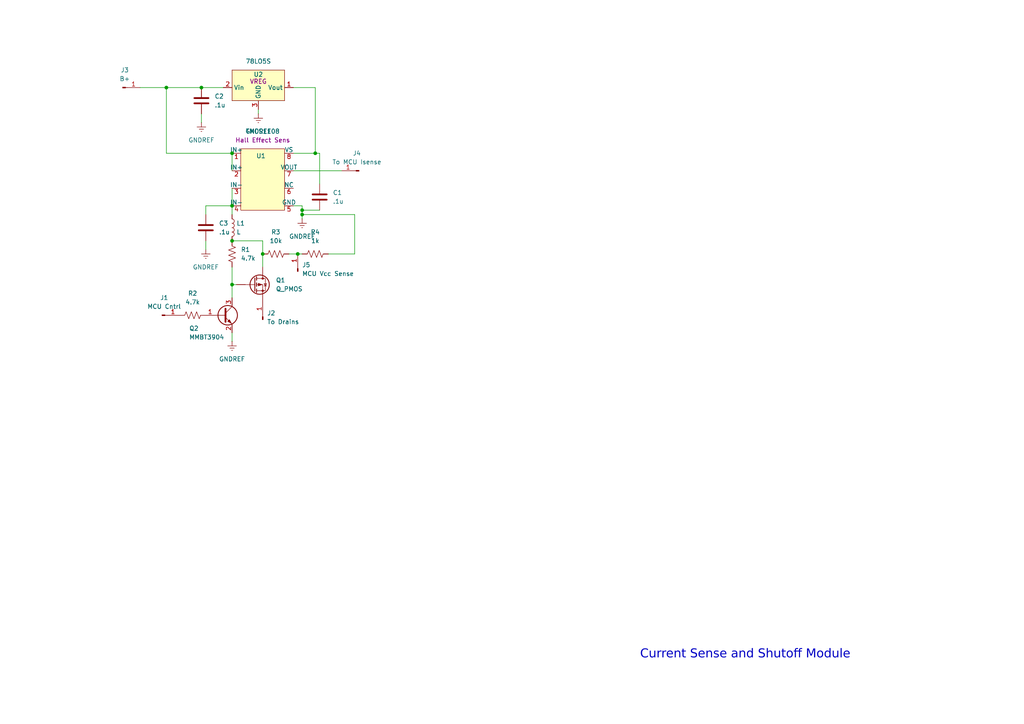
<source format=kicad_sch>
(kicad_sch (version 20250114) (generator "eeschema") (generator_version "9.0")
  (paper "A4")
  (lib_symbols
    (symbol "Connector:Conn_01x01_Pin" (pin_names (offset 1.016) (hide yes))
      (property "Reference" "J" (at 0 2.54 0))
      (property "Value" "Conn_01x01_Pin" (at 0 -2.54 0))
      (symbol "Conn_01x01_Pin_1_1"
        (rectangle (start 0.8636 0.127) (end 0 -0.127) (stroke (width 0.1524)) (fill (type outline)))
        (polyline (pts (xy 1.27 0) (xy 0.8636 0)) (stroke (width 0.1524)))
        (pin passive line (at 5.08 0 180) (length 3.81) (name "Pin_1") (number "1"))
      )
    )
    (symbol "Device:C" (pin_numbers (hide yes)) (pin_names (offset 0.254))
      (property "Reference" "C" (at 0.635 2.54 0))
      (property "Value" "C" (at 0.635 -2.54 0))
      (symbol "C_0_1"
        (polyline (pts (xy -2.032 0.762) (xy 2.032 0.762)) (stroke (width 0.508)))
        (polyline (pts (xy -2.032 -0.762) (xy 2.032 -0.762)) (stroke (width 0.508)))
      )
      (symbol "C_1_1"
        (pin passive line (at 0 3.81 270) (length 2.794) (name "~") (number "1"))
        (pin passive line (at 0 -3.81 90) (length 2.794) (name "~") (number "2"))
      )
    )
    (symbol "Device:L" (pin_numbers (hide yes)) (pin_names (offset 1.016) (hide yes))
      (property "Reference" "L" (at -1.27 0 90))
      (property "Value" "L" (at 1.905 0 90))
      (symbol "L_0_1"
        (arc (start 0 2.54) (mid 0.6323 1.905) (end 0 1.27))
        (arc (start 0 1.27) (mid 0.6323 0.635) (end 0 0))
        (arc (start 0 0) (mid 0.6323 -0.635) (end 0 -1.27))
        (arc (start 0 -1.27) (mid 0.6323 -1.905) (end 0 -2.54))
      )
      (symbol "L_1_1"
        (pin passive line (at 0 3.81 270) (length 1.27) (name "1") (number "1"))
        (pin passive line (at 0 -3.81 90) (length 1.27) (name "2") (number "2"))
      )
    )
    (symbol "Device:Q_PMOS" (pin_numbers (hide yes)) (pin_names (offset 0) (hide yes))
      (property "Reference" "Q1" (at 6.35 1.2701 0))
      (property "Value" "Q_PMOS" (at 6.35 -1.2699 0))
      (symbol "Q_PMOS_0_1"
        (polyline (pts (xy 0.254 1.905) (xy 0.254 -1.905)) (stroke (width 0.254)))
        (polyline (pts (xy 0.254 0) (xy -2.54 0)))
        (polyline (pts (xy 0.762 2.286) (xy 0.762 1.27)) (stroke (width 0.254)))
        (polyline (pts (xy 0.762 1.778) (xy 3.302 1.778) (xy 3.302 -1.778) (xy 0.762 -1.778)))
        (polyline (pts (xy 0.762 0.508) (xy 0.762 -0.508)) (stroke (width 0.254)))
        (polyline (pts (xy 0.762 -1.27) (xy 0.762 -2.286)) (stroke (width 0.254)))
        (circle (center 1.651 0) (radius 2.794) (stroke (width 0.254)))
        (polyline (pts (xy 2.286 0) (xy 1.27 0.381) (xy 1.27 -0.381) (xy 2.286 0)) (fill (type outline)))
        (polyline (pts (xy 2.54 2.54) (xy 2.54 1.778)))
        (circle (center 2.54 1.778) (radius 0.254) (fill (type outline)))
        (circle (center 2.54 -1.778) (radius 0.254) (fill (type outline)))
        (polyline (pts (xy 2.54 -2.54) (xy 2.54 0) (xy 0.762 0)))
        (polyline (pts (xy 2.921 -0.381) (xy 3.683 -0.381)))
        (polyline (pts (xy 3.302 -0.381) (xy 2.921 0.254) (xy 3.683 0.254) (xy 3.302 -0.381)))
      )
      (symbol "Q_PMOS_1_1"
        (pin input line (at -5.08 0 0) (length 2.54) (name "G") (number "2"))
        (pin passive line (at 2.54 5.08 270) (length 2.54) (name "D") (number "3"))
        (pin passive line (at 2.54 -5.08 90) (length 2.54) (name "S") (number "1"))
      )
    )
    (symbol "Device:R_US" (pin_numbers (hide yes)) (pin_names (offset 0))
      (property "Reference" "R" (at 2.54 0 90))
      (property "Value" "R_US" (at -2.54 0 90))
      (symbol "R_US_0_1"
        (polyline (pts (xy 0 2.286) (xy 0 2.54)))
        (polyline (pts (xy 0 2.286) (xy 1.016 1.905) (xy 0 1.524) (xy -1.016 1.143) (xy 0 0.762)))
        (polyline (pts (xy 0 0.762) (xy 1.016 0.381) (xy 0 0) (xy -1.016 -0.381) (xy 0 -0.762)))
        (polyline (pts (xy 0 -0.762) (xy 1.016 -1.143) (xy 0 -1.524) (xy -1.016 -1.905) (xy 0 -2.286)))
        (polyline (pts (xy 0 -2.286) (xy 0 -2.54)))
      )
      (symbol "R_US_1_1"
        (pin passive line (at 0 3.81 270) (length 1.27) (name "~") (number "1"))
        (pin passive line (at 0 -3.81 90) (length 1.27) (name "~") (number "2"))
      )
    )
    (symbol "Josef's Hall Effect Sensors:TMCS1108" (pin_names (offset 0))
      (property "Reference" "U" (at 0.762 3.048 0))
      (property "Value" "TMCS1108" (at 1.27 -4.064 0))
      (property "Description" "Hall Effect Sens" (at 0 0 0))
      (symbol "TMCS1108_1_1"
        (rectangle (start -5.08 5.08) (end 7.62 -12.7) (fill (type background)))
        (pin input line (at -7.62 3.81 0) (length 2.54) (name "IN+") (number "1"))
        (pin input line (at -7.62 -1.27 0) (length 2.54) (name "IN+") (number "2"))
        (pin input line (at -7.62 -6.35 0) (length 2.54) (name "IN-") (number "3"))
        (pin input line (at -7.62 -11.43 0) (length 2.54) (name "IN-") (number "4"))
        (pin power_in line (at 10.16 3.81 180) (length 2.54) (name "VS") (number "8"))
        (pin output line (at 10.16 -1.27 180) (length 2.54) (name "VOUT") (number "7"))
        (pin input line (at 10.16 -6.35 180) (length 2.54) (name "NC") (number "6"))
        (pin free line (at 10.16 -11.43 180) (length 2.54) (name "GND") (number "5"))
      )
    )
    (symbol "Josef's Voltage Regulators :78LO5S"
      (property "Reference" "U" (at 0 3.81 0))
      (property "Value" "78LO5S" (at 0 0 0))
      (property "Description" "VREG" (at 0 1.778 0))
      (symbol "78LO5S_1_1"
        (rectangle (start -7.62 5.08) (end 7.62 -3.81) (fill (type background)))
        (pin input line (at -10.16 0 0) (length 2.54) (name "Vin") (number "2"))
        (pin free line (at 0 -6.35 90) (length 2.54) (name "GND") (number "3"))
        (pin output line (at 10.16 0 180) (length 2.54) (name "Vout") (number "1"))
      )
    )
    (symbol "Transistor_BJT:MMBT3904" (pin_names (offset 0) (hide yes))
      (property "Reference" "Q" (at 5.08 1.905 0))
      (property "Value" "MMBT3904" (at 5.08 0 0))
      (symbol "MMBT3904_0_1"
        (polyline (pts (xy -2.54 0) (xy 0.635 0)))
        (polyline (pts (xy 0.635 1.905) (xy 0.635 -1.905)) (stroke (width 0.508)))
        (circle (center 1.27 0) (radius 2.8194) (stroke (width 0.254)))
      )
      (symbol "MMBT3904_1_1"
        (polyline (pts (xy 0.635 0.635) (xy 2.54 2.54)))
        (polyline (pts (xy 0.635 -0.635) (xy 2.54 -2.54)))
        (polyline (pts (xy 1.27 -1.778) (xy 1.778 -1.27) (xy 2.286 -2.286) (xy 1.27 -1.778)) (fill (type outline)))
        (pin input line (at -5.08 0 0) (length 2.54) (name "B") (number "1"))
        (pin passive line (at 2.54 5.08 270) (length 2.54) (name "C") (number "3"))
        (pin passive line (at 2.54 -5.08 90) (length 2.54) (name "E") (number "2"))
      )
    )
    (symbol "power:GNDREF" (power) (pin_numbers (hide yes)) (pin_names (offset 0) (hide yes))
      (property "Value" "GNDREF" (at 0 -3.81 0))
      (symbol "GNDREF_0_1"
        (polyline (pts (xy -0.635 -1.905) (xy 0.635 -1.905)))
        (polyline (pts (xy -0.127 -2.54) (xy 0.127 -2.54)))
        (polyline (pts (xy 0 -1.27) (xy 0 0)))
        (polyline (pts (xy 1.27 -1.27) (xy -1.27 -1.27)))
      )
      (symbol "GNDREF_1_1"
        (pin power_in line (at 0 0 270) (length 0) (name "~") (number "1"))
      )
    )
  )
  (text "Current Sense and Shutoff Module" (at 216.154 190.5 0) (effects (font (size 2.54 2.54))))
  (junction (at 58.42 25.4))
  (junction (at 87.63 62.23))
  (junction (at 87.63 60.96))
  (junction (at 67.31 59.69))
  (junction (at 48.26 25.4))
  (junction (at 67.31 69.85))
  (junction (at 76.2 73.66))
  (junction (at 86.36 73.66))
  (junction (at 67.31 44.45))
  (junction (at 67.31 82.55))
  (junction (at 91.44 44.45))
  (wire (pts (xy 95.25 73.66) (xy 102.87 73.66)))
  (wire (pts (xy 92.71 53.34) (xy 92.71 44.45)))
  (wire (pts (xy 102.87 62.23) (xy 87.63 62.23)))
  (wire (pts (xy 76.2 69.85) (xy 67.31 69.85)))
  (wire (pts (xy 85.09 49.53) (xy 99.06 49.53)))
  (wire (pts (xy 102.87 73.66) (xy 102.87 62.23)))
  (wire (pts (xy 92.71 44.45) (xy 91.44 44.45)))
  (wire (pts (xy 76.2 73.66) (xy 76.2 69.85)))
  (wire (pts (xy 67.31 82.55) (xy 68.58 82.55)))
  (wire (pts (xy 87.63 60.96) (xy 87.63 59.69)))
  (wire (pts (xy 59.69 59.69) (xy 67.31 59.69)))
  (wire (pts (xy 58.42 33.02) (xy 58.42 35.56)))
  (wire (pts (xy 91.44 25.4) (xy 91.44 44.45)))
  (wire (pts (xy 87.63 63.5) (xy 87.63 62.23)))
  (wire (pts (xy 59.69 69.85) (xy 59.69 72.39)))
  (wire (pts (xy 87.63 60.96) (xy 92.71 60.96)))
  (wire (pts (xy 86.36 73.66) (xy 87.63 73.66)))
  (wire (pts (xy 48.26 25.4) (xy 58.42 25.4)))
  (wire (pts (xy 83.82 73.66) (xy 86.36 73.66)))
  (wire (pts (xy 67.31 82.55) (xy 67.31 86.36)))
  (wire (pts (xy 67.31 54.61) (xy 67.31 59.69)))
  (wire (pts (xy 67.31 59.69) (xy 67.31 62.23)))
  (wire (pts (xy 76.2 77.47) (xy 76.2 73.66)))
  (wire (pts (xy 91.44 44.45) (xy 85.09 44.45)))
  (wire (pts (xy 67.31 77.47) (xy 67.31 82.55)))
  (wire (pts (xy 74.93 31.75) (xy 74.93 33.02)))
  (wire (pts (xy 87.63 59.69) (xy 85.09 59.69)))
  (wire (pts (xy 67.31 96.52) (xy 67.31 99.06)))
  (wire (pts (xy 67.31 44.45) (xy 67.31 49.53)))
  (wire (pts (xy 87.63 62.23) (xy 87.63 60.96)))
  (wire (pts (xy 59.69 62.23) (xy 59.69 59.69)))
  (wire (pts (xy 40.64 25.4) (xy 48.26 25.4)))
  (wire (pts (xy 85.09 25.4) (xy 91.44 25.4)))
  (wire (pts (xy 58.42 25.4) (xy 64.77 25.4)))
  (wire (pts (xy 48.26 44.45) (xy 67.31 44.45)))
  (wire (pts (xy 48.26 44.45) (xy 48.26 25.4)))
  (symbol (lib_id "Device:Q_PMOS") (at 73.66 82.55 0) (unit 1)
    (property "Reference" "Q1" (at 80.01 81.2799 0) (effects (justify left)))
    (property "Value" "Q_PMOS" (at 80.01 83.8199 0) (effects (justify left)))
    (property "Footprint" "Josef Library:Josef TO-252-2" (effects (hide yes)))
    (property "Description" "P-MOSFET transistor" (effects (hide yes)))
  )
  (symbol (lib_id "power:GNDREF") (at 87.63 63.5 0) (unit 1)
    (property "Reference" "#PWR03" (effects (hide yes)))
    (property "Value" "GNDREF" (at 87.63 68.58 0))
    (property "Description" "Power symbol creates a global label with name \"GNDREF\" , reference supply ground" (effects (hide yes)))
  )
  (symbol (lib_id "Device:R_US") (at 91.44 73.66 90) (unit 1)
    (property "Reference" "R4" (at 91.44 67.31 90))
    (property "Value" "1k" (at 91.44 69.85 90))
    (property "Footprint" "Resistor_SMD:R_0805_2012Metric_Pad1.20x1.40mm_HandSolder" (effects (hide yes)))
    (property "Description" "Resistor, US symbol" (effects (hide yes)))
  )
  (symbol (lib_id "power:GNDREF") (at 58.42 35.56 0) (unit 1)
    (property "Reference" "#PWR01" (effects (hide yes)))
    (property "Value" "GNDREF" (at 58.42 40.64 0))
    (property "Description" "Power symbol creates a global label with name \"GNDREF\" , reference supply ground" (effects (hide yes)))
  )
  (symbol (lib_id "Device:R_US") (at 55.88 91.44 90) (unit 1)
    (property "Reference" "R2" (at 55.88 85.09 90))
    (property "Value" "4.7k" (at 55.88 87.63 90))
    (property "Footprint" "Resistor_SMD:R_0805_2012Metric_Pad1.20x1.40mm_HandSolder" (effects (hide yes)))
    (property "Description" "Resistor, US symbol" (effects (hide yes)))
  )
  (symbol (lib_id "Connector:Conn_01x01_Pin") (at 76.2 92.71 90) (unit 1)
    (property "Reference" "J2" (at 77.47 90.8049 90) (effects (justify right)))
    (property "Value" "To Drains" (at 77.47 93.3449 90) (effects (justify right)))
    (property "Footprint" "Josef Library:Single Surface Mount Header" (effects (hide yes)))
    (property "Description" "Generic connector, single row, 01x01, script generated" (effects (hide yes)))
  )
  (symbol (lib_id "Device:C") (at 92.71 57.15 0) (unit 1)
    (property "Reference" "C1" (at 96.52 55.8799 0) (effects (justify left)))
    (property "Value" ".1u" (at 96.52 58.4199 0) (effects (justify left)))
    (property "Footprint" "Capacitor_SMD:C_0805_2012Metric_Pad1.18x1.45mm_HandSolder" (effects (hide yes)))
    (property "Description" "Unpolarized capacitor" (effects (hide yes)))
  )
  (symbol (lib_id "Device:R_US") (at 67.31 73.66 0) (unit 1)
    (property "Reference" "R1" (at 69.85 72.3899 0) (effects (justify left)))
    (property "Value" "4.7k" (at 69.85 74.9299 0) (effects (justify left)))
    (property "Footprint" "Resistor_SMD:R_0805_2012Metric_Pad1.20x1.40mm_HandSolder" (effects (hide yes)))
    (property "Description" "Resistor, US symbol" (effects (hide yes)))
  )
  (symbol (lib_id "Connector:Conn_01x01_Pin") (at 104.14 49.53 180) (unit 1)
    (property "Reference" "J4" (at 103.505 44.45 0))
    (property "Value" "To MCU Isense" (at 103.505 46.99 0))
    (property "Footprint" "Josef Library:Single Surface Mount Header" (effects (hide yes)))
    (property "Description" "Generic connector, single row, 01x01, script generated" (effects (hide yes)))
  )
  (symbol (lib_id "Josef's Hall Effect Sensors:TMCS1108") (at 74.93 48.26 0) (unit 1)
    (property "Reference" "U1" (at 75.692 45.212 0))
    (property "Value" "TMCS1108" (at 76.2 38.1 0))
    (property "Footprint" "Josef Library:SOIC-8 Hall Effect Footprint" (effects (hide yes)))
    (property "Description" "Hall Effect Sens" (at 76.2 40.64 0))
  )
  (symbol (lib_id "power:GNDREF") (at 74.93 33.02 0) (unit 1)
    (property "Reference" "#PWR05" (effects (hide yes)))
    (property "Value" "GNDREF" (at 74.93 38.1 0))
    (property "Description" "Power symbol creates a global label with name \"GNDREF\" , reference supply ground" (effects (hide yes)))
  )
  (symbol (lib_id "Device:L") (at 67.31 66.04 0) (unit 1)
    (property "Reference" "L1" (at 68.58 64.7699 0) (effects (justify left)))
    (property "Value" "L" (at 68.58 67.3099 0) (effects (justify left)))
    (property "Footprint" "Josef Library:Input Choke" (effects (hide yes)))
    (property "Description" "Inductor" (effects (hide yes)))
  )
  (symbol (lib_id "Device:C") (at 58.42 29.21 0) (unit 1)
    (property "Reference" "C2" (at 62.23 27.9399 0) (effects (justify left)))
    (property "Value" ".1u" (at 62.23 30.4799 0) (effects (justify left)))
    (property "Footprint" "Capacitor_SMD:C_0805_2012Metric_Pad1.18x1.45mm_HandSolder" (effects (hide yes)))
    (property "Description" "Unpolarized capacitor" (effects (hide yes)))
  )
  (symbol (lib_id "power:GNDREF") (at 59.69 72.39 0) (unit 1)
    (property "Reference" "#PWR02" (effects (hide yes)))
    (property "Value" "GNDREF" (at 59.69 77.47 0))
    (property "Description" "Power symbol creates a global label with name \"GNDREF\" , reference supply ground" (effects (hide yes)))
  )
  (symbol (lib_id "Device:R_US") (at 80.01 73.66 90) (unit 1)
    (property "Reference" "R3" (at 80.01 67.31 90))
    (property "Value" "10k" (at 80.01 69.85 90))
    (property "Footprint" "Resistor_SMD:R_0805_2012Metric_Pad1.20x1.40mm_HandSolder" (effects (hide yes)))
    (property "Description" "Resistor, US symbol" (effects (hide yes)))
  )
  (symbol (lib_id "Device:C") (at 59.69 66.04 0) (unit 1)
    (property "Reference" "C3" (at 63.5 64.7699 0) (effects (justify left)))
    (property "Value" ".1u" (at 63.5 67.3099 0) (effects (justify left)))
    (property "Footprint" "Josef Library:.33uF Decoupler HF Amp" (effects (hide yes)))
    (property "Description" "Unpolarized capacitor" (effects (hide yes)))
  )
  (symbol (lib_id "Josef's Voltage Regulators :78LO5S") (at 74.93 25.4 0) (unit 1)
    (property "Reference" "U2" (at 74.93 21.59 0))
    (property "Value" "78LO5S" (at 74.93 17.78 0))
    (property "Footprint" "Package_TO_SOT_SMD:SOT-23" (effects (hide yes)))
    (property "Description" "VREG" (at 74.93 23.622 0))
  )
  (symbol (lib_id "Connector:Conn_01x01_Pin") (at 86.36 78.74 90) (unit 1)
    (property "Reference" "J5" (at 87.63 76.8349 90) (effects (justify right)))
    (property "Value" "MCU Vcc Sense" (at 87.63 79.3749 90) (effects (justify right)))
    (property "Footprint" "Josef Library:Single Surface Mount Header" (effects (hide yes)))
    (property "Description" "Generic connector, single row, 01x01, script generated" (effects (hide yes)))
  )
  (symbol (lib_id "Transistor_BJT:MMBT3904") (at 64.77 91.44 0) (unit 1)
    (property "Reference" "Q2" (at 54.864 95.25 0) (effects (justify left)))
    (property "Value" "MMBT3904" (at 54.864 97.79 0) (effects (justify left)))
    (property "Footprint" "Package_TO_SOT_SMD:SOT-23" (effects (hide yes)))
    (property "Datasheet" "https://www.onsemi.com/pdf/datasheet/pzt3904-d.pdf" (effects (hide yes)))
    (property "Description" "0.2A Ic, 40V Vce, Small Signal NPN Transistor, SOT-23" (effects (hide yes)))
  )
  (symbol (lib_id "power:GNDREF") (at 67.31 99.06 0) (unit 1)
    (property "Reference" "#PWR04" (effects (hide yes)))
    (property "Value" "GNDREF" (at 67.31 104.14 0))
    (property "Description" "Power symbol creates a global label with name \"GNDREF\" , reference supply ground" (effects (hide yes)))
  )
  (symbol (lib_id "Connector:Conn_01x01_Pin") (at 35.56 25.4 0) (unit 1)
    (property "Reference" "J3" (at 36.195 20.32 0))
    (property "Value" "B+" (at 36.195 22.86 0))
    (property "Footprint" "Josef Library:Single Surface Mount Header" (effects (hide yes)))
    (property "Description" "Generic connector, single row, 01x01, script generated" (effects (hide yes)))
  )
  (symbol (lib_id "Connector:Conn_01x01_Pin") (at 46.99 91.44 0) (unit 1)
    (property "Reference" "J1" (at 47.625 86.36 0))
    (property "Value" "MCU Cntrl" (at 47.625 88.9 0))
    (property "Footprint" "Josef Library:Single Surface Mount Header" (effects (hide yes)))
    (property "Description" "Generic connector, single row, 01x01, script generated" (effects (hide yes)))
  )
)
</source>
